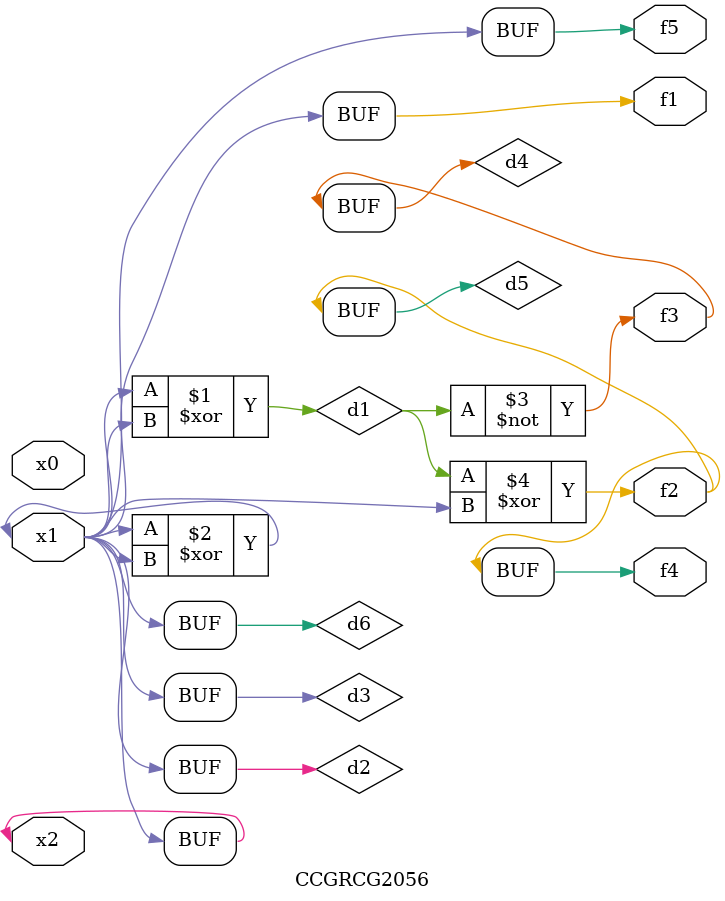
<source format=v>
module CCGRCG2056(
	input x0, x1, x2,
	output f1, f2, f3, f4, f5
);

	wire d1, d2, d3, d4, d5, d6;

	xor (d1, x1, x2);
	buf (d2, x1, x2);
	xor (d3, x1, x2);
	nor (d4, d1);
	xor (d5, d1, d2);
	buf (d6, d2, d3);
	assign f1 = d6;
	assign f2 = d5;
	assign f3 = d4;
	assign f4 = d5;
	assign f5 = d6;
endmodule

</source>
